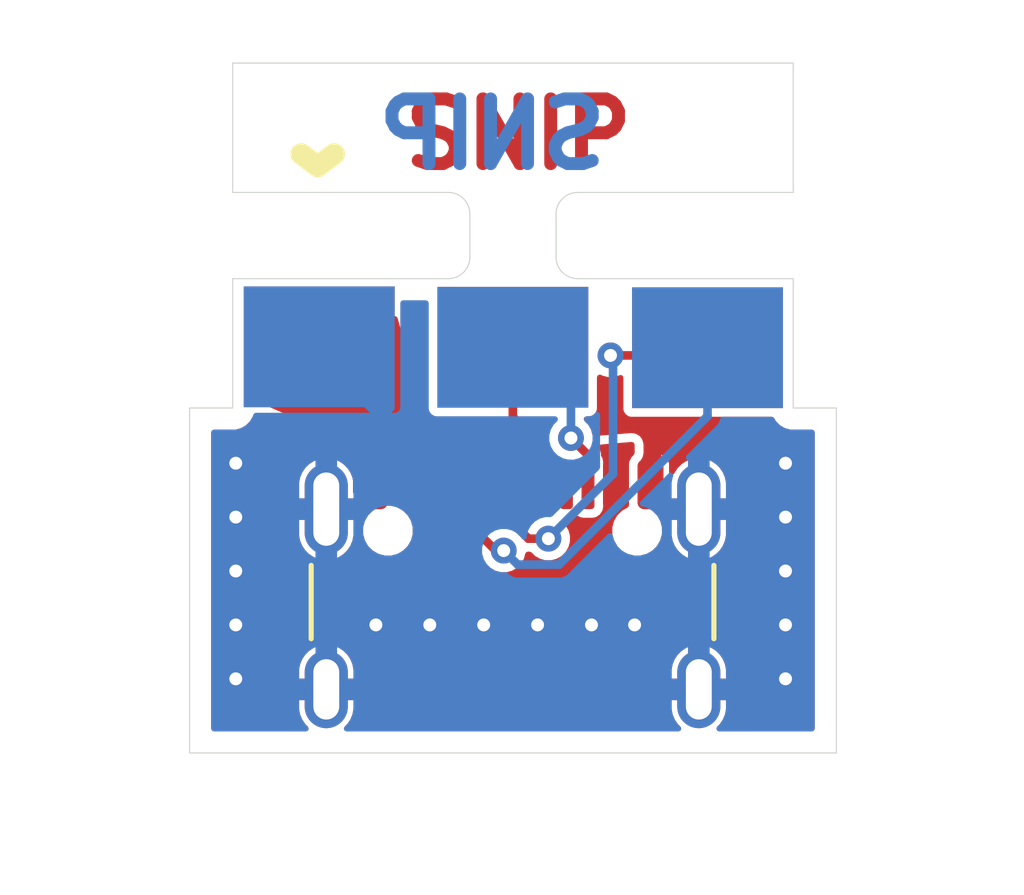
<source format=kicad_pcb>
(kicad_pcb (version 20241229) (generator "pcbnew") (generator_version "9.0")
  (layers (0 "F.Cu" signal) (2 "B.Cu" signal) (13 "F.Paste" user) (15 "B.Paste" user) (5 "F.SilkS" user "F.Silkscreen") (7 "B.SilkS" user "B.Silkscreen") (1 "F.Mask" user) (3 "B.Mask" user) (25 "Edge.Cuts" user))
  (net 0 "")
  (net 1 "Net-(J1-D+-PadA6)")
  (net 2 "GND")
  (net 4 "Net-(J1-CC2)")
  (net 5 "Net-(J1-VBUS-PadA4)")
  (net 6 "Net-(J1-D--PadA7)")
  (net 7 "Net-(J1-CC1)")
  (footprint "usb-pcb-fp:pad-28-35" (layer "F.Cu") (at 136.186 104.8)
    (property "Reference" "TP1" (hide yes))
    (property "Value" "VCC" (hide yes))
    (pad "1" smd rect (at 0 0) (size 3.5 2.8) (layers "F.Cu" "F.Mask" "F.Paste") (net 5 "Net-(J1-VBUS-PadA4)"))
  )
  (footprint "usb-pcb-fp:pad-28-35" (layer "F.Cu") (at 145.191 104.822)
    (property "Reference" "TP4" (hide yes))
    (property "Value" "DN" (hide yes))
    (pad "1" smd rect (at 0 0) (size 3.5 2.8) (layers "F.Cu" "F.Mask" "F.Paste") (net 6 "Net-(J1-D--PadA7)"))
  )
  (footprint "usb-pcb-fp:pad-28-35" (layer "F.Cu") (at 140.676 104.811)
    (property "Reference" "TP5" (hide yes))
    (property "Value" "DP" (hide yes))
    (pad "1" smd rect (at 0 0) (size 3.5 2.8) (layers "F.Cu" "F.Mask" "F.Paste") (net 1 "Net-(J1-D+-PadA6)"))
  )
  (footprint "Connector_USB:USB_C_Receptacle_GCT_USB4105-xx-A_16P_TopMnt_Horizontal" (layer "F.Cu") (at 140.669 111.67)
    (property "Reference" "J1" (hide yes))
    (property "Value" "USB_C_Receptacle_USB2.0_16P")
    (fp_line (start -4.67 -0.1) (end -4.67 -1.8) (stroke (width 0.12)) (layer "F.SilkS"))
    (fp_line (start 4.67 -0.1) (end 4.67 -1.8) (stroke (width 0.12)) (layer "F.SilkS"))
    (pad "" np_thru_hole circle (at -2.89 -2.605) (size 0.65 0.65) (drill 0.65) (layers "*.Cu" "*.Mask"))
    (pad "" np_thru_hole circle (at 2.89 -2.605) (size 0.65 0.65) (drill 0.65) (layers "*.Cu" "*.Mask"))
    (pad "A1" smd roundrect (at -3.2 -3.68) (size 0.6 1.15) (layers "F.Cu" "F.Mask" "F.Paste") (net 2 "GND"))
    (pad "A4" smd roundrect (at -2.4 -3.68) (size 0.6 1.15) (layers "F.Cu" "F.Mask" "F.Paste") (net 5 "Net-(J1-VBUS-PadA4)"))
    (pad "A5" smd roundrect (at -1.25 -3.68) (size 0.3 1.15) (layers "F.Cu" "F.Mask" "F.Paste") (net 7 "Net-(J1-CC1)"))
    (pad "A6" smd roundrect (at -0.25 -3.68) (size 0.3 1.15) (layers "F.Cu" "F.Mask" "F.Paste") (net 1 "Net-(J1-D+-PadA6)"))
    (pad "A7" smd roundrect (at 0.25 -3.68) (size 0.3 1.15) (layers "F.Cu" "F.Mask" "F.Paste") (net 6 "Net-(J1-D--PadA7)"))
    (pad "A8" smd roundrect (at 1.25 -3.68) (size 0.3 1.15) (layers "F.Cu" "F.Mask" "F.Paste"))
    (pad "A9" smd roundrect (at 2.4 -3.68) (size 0.6 1.15) (layers "F.Cu" "F.Mask" "F.Paste") (net 5 "Net-(J1-VBUS-PadA4)"))
    (pad "A12" smd roundrect (at 3.2 -3.68) (size 0.6 1.15) (layers "F.Cu" "F.Mask" "F.Paste") (net 2 "GND"))
    (pad "B1" smd roundrect (at 3.2 -3.68) (size 0.6 1.15) (layers "F.Cu" "F.Mask" "F.Paste") (net 2 "GND"))
    (pad "B4" smd roundrect (at 2.4 -3.68) (size 0.6 1.15) (layers "F.Cu" "F.Mask" "F.Paste") (net 5 "Net-(J1-VBUS-PadA4)"))
    (pad "B5" smd roundrect (at 1.75 -3.68) (size 0.3 1.15) (layers "F.Cu" "F.Mask" "F.Paste") (net 4 "Net-(J1-CC2)"))
    (pad "B6" smd roundrect (at 0.75 -3.68) (size 0.3 1.15) (layers "F.Cu" "F.Mask" "F.Paste") (net 1 "Net-(J1-D+-PadA6)"))
    (pad "B7" smd roundrect (at -0.75 -3.68) (size 0.3 1.15) (layers "F.Cu" "F.Mask" "F.Paste") (net 6 "Net-(J1-D--PadA7)"))
    (pad "B8" smd roundrect (at -1.75 -3.68) (size 0.3 1.15) (layers "F.Cu" "F.Mask" "F.Paste"))
    (pad "B9" smd roundrect (at -2.4 -3.68) (size 0.6 1.15) (layers "F.Cu" "F.Mask" "F.Paste") (net 5 "Net-(J1-VBUS-PadA4)"))
    (pad "B12" smd roundrect (at -3.2 -3.68) (size 0.6 1.15) (layers "F.Cu" "F.Mask" "F.Paste") (net 2 "GND"))
    (pad "S1" thru_hole oval (at -4.32 -3.105) (size 1 2.1) (drill oval 0.6 1.7) (property pad_prop_heatsink) (layers "*.Cu" "*.Mask" "F.Paste") (net 2 "GND"))
    (pad "S1" thru_hole oval (at -4.32 1.075) (size 1 1.8) (drill oval 0.6 1.4) (property pad_prop_heatsink) (layers "*.Cu" "*.Mask" "F.Paste") (net 2 "GND"))
    (pad "S1" thru_hole oval (at 4.32 -3.105) (size 1 2.1) (drill oval 0.6 1.7) (property pad_prop_heatsink) (layers "*.Cu" "*.Mask" "F.Paste") (net 2 "GND"))
    (pad "S1" thru_hole oval (at 4.32 1.075) (size 1 1.8) (drill oval 0.6 1.4) (property pad_prop_heatsink) (layers "*.Cu" "*.Mask" "F.Paste") (net 2 "GND"))
  )
  (footprint "usb-pcb-fp:pad-28-35" (layer "B.Cu") (at 145.191 104.822)
    (property "Reference" "TP2" (hide yes))
    (property "Value" "CC1" (hide yes))
    (pad "1" smd rect (at 0 0) (size 3.5 2.8) (layers "B.Cu" "B.Mask" "B.Paste") (net 7 "Net-(J1-CC1)"))
  )
  (footprint "usb-pcb-fp:pad-28-35" (layer "B.Cu") (at 140.676 104.811)
    (property "Reference" "TP3" (hide yes))
    (property "Value" "CC2" (hide yes))
    (pad "1" smd rect (at 0 0) (size 3.5 2.8) (layers "B.Cu" "B.Mask" "B.Paste") (net 4 "Net-(J1-CC2)"))
  )
  (footprint "usb-pcb-fp:pad-28-35" (layer "B.Cu") (at 136.186 104.8)
    (property "Reference" "TP6" (hide yes))
    (property "Value" "GND" (hide yes))
    (pad "1" smd rect (at 0 0) (size 3.5 2.8) (layers "B.Cu" "B.Mask" "B.Paste") (net 2 "GND"))
  )
  (gr_line (start 134.179 103.22) (end 134.179 106.22) (stroke (width 0.025)) (layer "Edge.Cuts"))
  (gr_line (start 142.179 101.22) (end 147.179 101.22) (stroke (width 0.025)) (layer "Edge.Cuts"))
  (gr_line (start 139.679 102.72) (end 139.679 101.72) (stroke (width 0.025)) (layer "Edge.Cuts"))
  (gr_line (start 148.179 114.22) (end 148.179 106.22) (stroke (width 0.025)) (layer "Edge.Cuts"))
  (gr_line (start 133.179 114.22) (end 148.179 114.22) (stroke (width 0.025)) (layer "Edge.Cuts"))
  (gr_line (start 134.179 103.22) (end 139.179 103.22) (stroke (width 0.025)) (layer "Edge.Cuts"))
  (gr_line (start 148.179 106.22) (end 147.179 106.22) (stroke (width 0.025)) (layer "Edge.Cuts"))
  (gr_arc (start 139.679 102.72) (mid 139.532553 103.073553) (end 139.179 103.22) (stroke (width 0.025)) (layer "Edge.Cuts"))
  (gr_line (start 147.179 98.22) (end 147.179 101.22) (stroke (width 0.025)) (layer "Edge.Cuts"))
  (gr_arc (start 139.179 101.22) (mid 139.532553 101.366447) (end 139.679 101.72) (stroke (width 0.025)) (layer "Edge.Cuts"))
  (gr_line (start 133.179 114.22) (end 133.179 106.22) (stroke (width 0.025)) (layer "Edge.Cuts"))
  (gr_line (start 141.679 102.72) (end 141.679 101.72) (stroke (width 0.025)) (layer "Edge.Cuts"))
  (gr_line (start 142.179 103.22) (end 147.179 103.22) (stroke (width 0.025)) (layer "Edge.Cuts"))
  (gr_line (start 134.179 98.22) (end 147.179 98.22) (stroke (width 0.025)) (layer "Edge.Cuts"))
  (gr_arc (start 141.679 101.72) (mid 141.825447 101.366447) (end 142.179 101.22) (stroke (width 0.025)) (layer "Edge.Cuts"))
  (gr_line (start 134.179 98.22) (end 134.179 101.22) (stroke (width 0.025)) (layer "Edge.Cuts"))
  (gr_arc (start 142.179 103.22) (mid 141.825447 103.073553) (end 141.679 102.72) (stroke (width 0.025)) (layer "Edge.Cuts"))
  (gr_line (start 133.179 106.22) (end 134.179 106.22) (stroke (width 0.025)) (layer "Edge.Cuts"))
  (gr_line (start 147.179 103.22) (end 147.179 106.22) (stroke (width 0.025)) (layer "Edge.Cuts"))
  (gr_line (start 134.179 101.22) (end 139.179 101.22) (stroke (width 0.025)) (layer "Edge.Cuts"))
  (gr_text "SNIP" (at 138 100.75 0) (layer "F.Cu") (effects (font (size 1.5 1.5) (thickness 0.3) (bold yes)) (justify left bottom)))
  (gr_text "SNIP" (at 143 100.75 0) (layer "B.Cu") (effects (font (size 1.5 1.5) (thickness 0.3) (bold yes)) (justify left bottom mirror)))
  (gr_text "^" (at 135.25 98.25 180) (layer "F.SilkS") (effects (font (size 2 2) (thickness 0.5)) (justify left bottom mirror)))
  (segment (start 141 107.114) (end 141 106.75) (width 0.2) (layer "F.Cu") (net 1))
  (segment (start 141 106.75) (end 140.676 106.426) (width 0.2) (layer "F.Cu") (net 1))
  (segment (start 140.419 107.99) (end 140.419 107.381176) (width 0.2) (layer "F.Cu") (net 1))
  (segment (start 140.686176 107.114) (end 141 107.114) (width 0.2) (layer "F.Cu") (net 1))
  (segment (start 140.676 106.426) (end 140.676 104.811) (width 0.2) (layer "F.Cu") (net 1))
  (segment (start 141.151824 107.114) (end 141.419 107.381176) (width 0.2) (layer "F.Cu") (net 1))
  (segment (start 141 107.114) (end 141.151824 107.114) (width 0.2) (layer "F.Cu") (net 1))
  (segment (start 141.419 107.381176) (end 141.419 107.99) (width 0.2) (layer "F.Cu") (net 1))
  (segment (start 140.419 107.381176) (end 140.686176 107.114) (width 0.2) (layer "F.Cu") (net 1))
  (via (at 137.500001 111.25) (size 0.6) (drill 0.3) (layers "F.Cu" "B.Cu") (net 2))
  (via (at 134.25 110) (size 0.6) (drill 0.3) (layers "F.Cu" "B.Cu") (net 2))
  (via (at 147 112.5) (size 0.6) (drill 0.3) (layers "F.Cu" "B.Cu") (net 2))
  (via (at 147 111.25) (size 0.6) (drill 0.3) (layers "F.Cu" "B.Cu") (net 2))
  (via (at 147 107.5) (size 0.6) (drill 0.3) (layers "F.Cu" "B.Cu") (net 2))
  (via (at 134.25 107.5) (size 0.6) (drill 0.3) (layers "F.Cu" "B.Cu") (net 2))
  (via (at 142.499999 111.25) (size 0.6) (drill 0.3) (layers "F.Cu" "B.Cu") (net 2))
  (via (at 134.25 111.25) (size 0.6) (drill 0.3) (layers "F.Cu" "B.Cu") (net 2))
  (via (at 138.75 111.25) (size 0.6) (drill 0.3) (layers "F.Cu" "B.Cu") (net 2))
  (via (at 147 108.75) (size 0.6) (drill 0.3) (layers "F.Cu" "B.Cu") (net 2))
  (via (at 134.25 112.5) (size 0.6) (drill 0.3) (layers "F.Cu" "B.Cu") (net 2))
  (via (at 143.5 111.25) (size 0.6) (drill 0.3) (layers "F.Cu" "B.Cu") (net 2))
  (via (at 134.25 108.75) (size 0.6) (drill 0.3) (layers "F.Cu" "B.Cu") (net 2))
  (via (at 139.999999 111.25) (size 0.6) (drill 0.3) (layers "F.Cu" "B.Cu") (net 2))
  (via (at 147 110) (size 0.6) (drill 0.3) (layers "F.Cu" "B.Cu") (net 2))
  (via (at 141.25 111.25) (size 0.6) (drill 0.3) (layers "F.Cu" "B.Cu") (net 2))
  (segment (start 142.419 107.310998) (end 142.02349 106.915488) (width 0.2) (layer "F.Cu") (net 4))
  (segment (start 142.419 107.99) (end 142.419 107.310998) (width 0.2) (layer "F.Cu") (net 4))
  (via (at 142.02349 106.915488) (size 0.6) (drill 0.3) (layers "F.Cu" "B.Cu") (net 4))
  (segment (start 142.02349 106.915488) (end 142.02349 106.15849) (width 0.2) (layer "B.Cu") (net 4))
  (segment (start 142.02349 106.15849) (end 140.676 104.811) (width 0.2) (layer "B.Cu") (net 4))
  (segment (start 140.919 107.99) (end 140.919 108.598824) (width 0.2) (layer "F.Cu") (net 6))
  (segment (start 145.013 105) (end 145.191 104.822) (width 0.2) (layer "F.Cu") (net 6))
  (segment (start 140.919 108.598824) (end 140.651824 108.866) (width 0.2) (layer "F.Cu") (net 6))
  (segment (start 141.035824 109.25) (end 141.5 109.25) (width 0.2) (layer "F.Cu") (net 6))
  (segment (start 142.940998 105) (end 145.013 105) (width 0.2) (layer "F.Cu") (net 6))
  (segment (start 140.651824 108.866) (end 141.035824 109.25) (width 0.2) (layer "F.Cu") (net 6))
  (segment (start 140.186176 108.866) (end 139.919 108.598824) (width 0.2) (layer "F.Cu") (net 6))
  (segment (start 140.651824 108.866) (end 140.186176 108.866) (width 0.2) (layer "F.Cu") (net 6))
  (segment (start 139.919 108.598824) (end 139.919 107.99) (width 0.2) (layer "F.Cu") (net 6))
  (via (at 142.940998 105) (size 0.6) (drill 0.3) (layers "F.Cu" "B.Cu") (net 6))
  (via (at 141.5 109.25) (size 0.6) (drill 0.3) (layers "F.Cu" "B.Cu") (net 6))
  (segment (start 143 105.059002) (end 143 107.75) (width 0.2) (layer "B.Cu") (net 6))
  (segment (start 143 107.75) (end 141.5 109.25) (width 0.2) (layer "B.Cu") (net 6))
  (segment (start 142.940998 105) (end 143 105.059002) (width 0.2) (layer "B.Cu") (net 6))
  (segment (start 140.280037 109.526961) (end 140.464256 109.526961) (width 0.2) (layer "F.Cu") (net 7))
  (segment (start 139.419 108.665924) (end 140.280037 109.526961) (width 0.2) (layer "F.Cu") (net 7))
  (segment (start 139.419 107.99) (end 139.419 108.665924) (width 0.2) (layer "F.Cu") (net 7))
  (via (at 140.464256 109.526961) (size 0.6) (drill 0.3) (layers "F.Cu" "B.Cu") (net 7))
  (segment (start 140.464256 109.526961) (end 140.788295 109.851) (width 0.2) (layer "B.Cu") (net 7))
  (segment (start 145.191 106.408943) (end 145.191 104.822) (width 0.2) (layer "B.Cu") (net 7))
  (segment (start 141.748943 109.851) (end 145.191 106.408943) (width 0.2) (layer "B.Cu") (net 7))
  (segment (start 140.788295 109.851) (end 141.748943 109.851) (width 0.2) (layer "B.Cu") (net 7))
  (zone (net 5) (net_name "Net-(J1-VBUS-PadA4)") (layer "F.Cu") (priority 3) (connect_pads yes (clearance 0.13)) (min_thickness 0.13) (fill yes (thermal_gap 0.13) (thermal_bridge_width 0.5))
    (polygon (pts (xy 143.5 107) (xy 143.521 108.999) (xy 142.203 110.384) (xy 138.339 110.378) (xy 137.628 108.449) (xy 137.609 107.336) (xy 134.808 106.099) (xy 134.78 104.04) (xy 137.989 104.087) (xy 138.25 105) (xy 138.25 106.5) (xy 138.91 107.483) (xy 138.877 108.526) (xy 142.423 108.526) (xy 142.418 107.091)))
  )
  (zone (net 2) (net_name "GND") (layers "F.Cu" "B.Cu") (connect_pads (clearance 0.13)) (min_thickness 0.13) (fill yes (thermal_gap 0.13) (thermal_bridge_width 0.5))
    (polygon (pts (xy 131.348 97.8) (xy 131.64 117.056) (xy 149.908 116.791) (xy 149.935 96.757)))
  )
)
</source>
